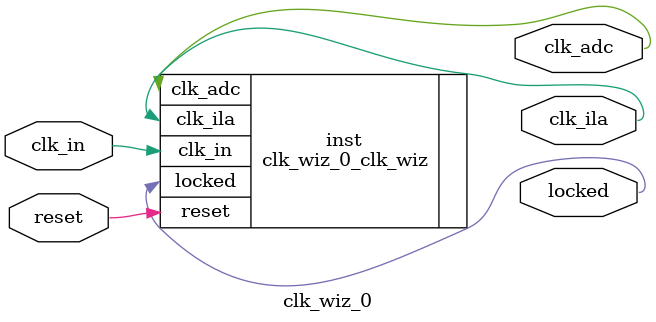
<source format=v>


`timescale 1ps/1ps

(* CORE_GENERATION_INFO = "clk_wiz_0,clk_wiz_v6_0_6_0_0,{component_name=clk_wiz_0,use_phase_alignment=true,use_min_o_jitter=false,use_max_i_jitter=false,use_dyn_phase_shift=false,use_inclk_switchover=false,use_dyn_reconfig=false,enable_axi=0,feedback_source=FDBK_AUTO,PRIMITIVE=MMCM,num_out_clk=2,clkin1_period=83.333,clkin2_period=10.0,use_power_down=false,use_reset=true,use_locked=true,use_inclk_stopped=false,feedback_type=SINGLE,CLOCK_MGR_TYPE=NA,manual_override=false}" *)

module clk_wiz_0 
 (
  // Clock out ports
  output        clk_ila,
  output        clk_adc,
  // Status and control signals
  input         reset,
  output        locked,
 // Clock in ports
  input         clk_in
 );

  clk_wiz_0_clk_wiz inst
  (
  // Clock out ports  
  .clk_ila(clk_ila),
  .clk_adc(clk_adc),
  // Status and control signals               
  .reset(reset), 
  .locked(locked),
 // Clock in ports
  .clk_in(clk_in)
  );

endmodule

</source>
